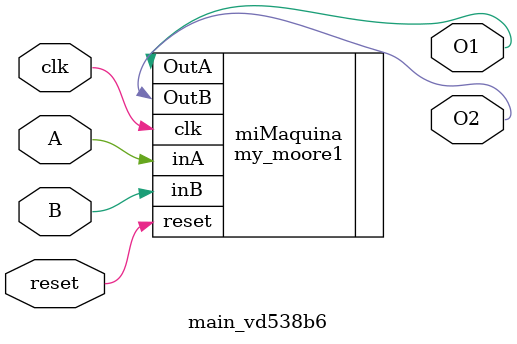
<source format=v>

`default_nettype none

module main (
 input v6817fd,
 input vf3d207,
 input vc7d589,
 input v44d439,
 output v3f8381,
 output v1169dd,
 output [0:7] vinit
);
 wire w0;
 wire w1;
 wire w2;
 wire w3;
 wire w4;
 wire w5;
 assign v3f8381 = w0;
 assign v1169dd = w1;
 assign w2 = v6817fd;
 assign w3 = vf3d207;
 assign w4 = vc7d589;
 assign w5 = v44d439;
 main_vd538b6 vd538b6 (
  .O1(w0),
  .O2(w1),
  .A(w2),
  .B(w3),
  .reset(w4),
  .clk(w5)
 );
 assign vinit = 8'b00000000;
endmodule

/*-------------------------------------------------*/
/*-- Moore Verilog  */
/*-- - - - - - - - - - - - - - - - - - - - - - - --*/
/*-- Ejemplo de una máquina de estados tipo Moore
/*-------------------------------------------------*/

module main_vd538b6 (
 input A,
 input B,
 input reset,
 input clk,
 output O1,
 output O2
);
 
 
 //@include 01_moore.v
 
 my_moore1  miMaquina(.clk(clk),.reset(reset),.inA(A),.inB(B),.OutA(O1),.OutB(O2));
endmodule

</source>
